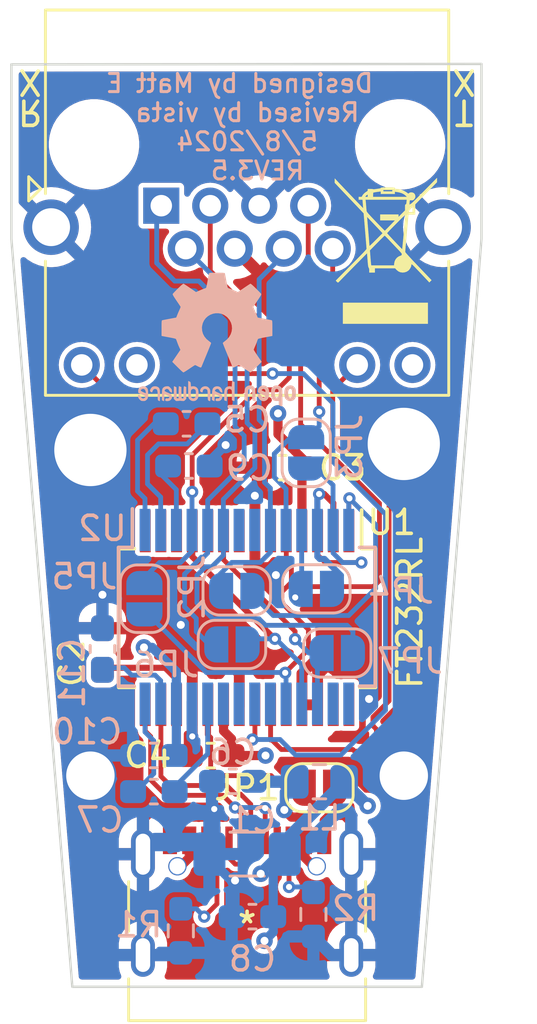
<source format=kicad_pcb>
(kicad_pcb (version 20240108) (generator "pcbnew") (generator_version "8.0")
  (title_block (title "USB-C to RS232 RJ45 Adapter") (date "2022-05-27") (rev "2"))
  (layers (0 "F.Cu" signal) (1 "In1.Cu" power) (2 "In2.Cu" power) (31 "B.Cu" signal) (34 "B.Paste" user) (35 "F.Paste" user) (36 "B.SilkS" user "B.Silkscreen") (37 "F.SilkS" user "F.Silkscreen") (38 "B.Mask" user) (39 "F.Mask" user) (44 "Edge.Cuts" user))
  (net 0 "")
  (net 1 "+5V")
  (net 2 "GND")
  (net 3 "VBUS")
  (net 4 "USB_P")
  (net 5 "USB_N")
  (net 6 "CTS_EXT")
  (net 7 "RXD_EXT")
  (net 8 "DTR_EXT")
  (net 9 "DCR_EXT")
  (net 10 "TXD_EXT")
  (net 11 "RTS_EXT")
  (net 12 "RXLED#")
  (net 13 "TXLED#")
  (net 14 "TXD")
  (net 15 "RTS")
  (net 16 "DTR")
  (net 17 "RXD")
  (net 18 "CTS")
  (net 19 "DCR")
  (net 20 "SLEEP#")
  (net 21 "PWREN#")
  (net 35 "Net-(U1-Pad19)")
  (net 37 "Net-(J1-PadB5)")
  (net 39 "Net-(J1-PadA5)")
  (net 40 "Net-(U2-Pad27)")
  (net 41 "Net-(U2-Pad3)")
  (net 42 "Net-(U2-Pad24)")
  (net 43 "Net-(U2-Pad28)")
  (net 44 "Net-(U2-Pad2)")
  (net 45 "Net-(U2-Pad1)")
  (net 46 "Net-(U1-Pad17)")
  (footprint "Capacitor_SMD:C_0603_1608Metric_Pad1.08x0.95mm_HandSolder" (layer "F.Cu") (at 137.24819 109.891712 180)
    (property "Reference" "C3")
    (property "Value" "100nF")
  )
  (footprint "Capacitor_SMD:C_0603_1608Metric_Pad1.08x0.95mm_HandSolder" (layer "F.Cu") (at 134.268119 121.822504 180)
    (property "Reference" "C4")
    (property "Value" "100nF")
  )
  (footprint "Connector_RJ:RJ45_Amphenol_RJHSE538X" (layer "F.Cu") (at 132.218119 99.032872)
    (property "Reference" "J2" (hide yes))
    (property "Value" "RJ45_LED_Shielded")
  )
  (footprint "Package_SO:SSOP-28_5.3x10.2mm_P0.65mm" (layer "F.Cu") (at 135.778119 116.122504 -90)
    (property "Reference" "U1")
    (property "Value" "FT232RL")
  )
  (footprint "Symbol:WEEE-Logo_4.2x6mm_SilkScreen" (layer "F.Cu") (at 141.528119 100.907872)
    (property "Reference" "REF**" (hide yes))
    (property "Value" "WEEE-Logo_4.2x6mm_SilkScreen" (hide yes))
  )
  (footprint "Personal:USB4105-GF-A" (layer "F.Cu") (at 135.778119 128.822504)
    (property "Reference" "J1" (hide yes))
    (property "Value" "USB4105-GF-A" (hide yes))
  )
  (footprint "Capacitor_SMD:C_0603_1608Metric_Pad1.08x0.95mm_HandSolder" (layer "F.Cu") (at 129.778119 117.407872 -90)
    (property "Reference" "C2")
    (property "Value" "100nF")
  )
  (footprint "Jumper:SolderJumper-2_P1.3mm_Open_RoundedPad1.0x1.5mm" (layer "F.Cu") (at 138.778119 123.157872 180)
    (property "Reference" "JP1")
    (property "Value" "SolderJumper_2_Open")
  )
  (footprint "Jumper:SolderJumper-2_P1.3mm_Open_RoundedPad1.0x1.5mm" (layer "B.Cu") (at 139.518119 117.572504)
    (property "Reference" "JP7")
    (property "Value" "SolderJumper_2_Open")
  )
  (footprint "Resistor_SMD:R_0603_1608Metric_Pad0.98x0.95mm_HandSolder" (layer "B.Cu") (at 133.028119 129.0875 -90)
    (property "Reference" "R1")
    (property "Value" "4.7K")
  )
  (footprint "Capacitor_SMD:C_0603_1608Metric_Pad1.08x0.95mm_HandSolder" (layer "B.Cu") (at 133.268119 108.072504)
    (property "Reference" "C5")
    (property "Value" "100nF")
  )
  (footprint "Symbol:OSHW-Logo2_7.3x6mm_SilkScreen" (layer "B.Cu") (at 134.528118 104.574666 180)
    (property "Reference" "REF**" (hide yes))
    (property "Value" "OSHW-Logo2_7.3x6mm_SilkScreen" (hide yes))
  )
  (footprint "Capacitor_SMD:C_1206_3216Metric_Pad1.33x1.80mm_HandSolder" (layer "B.Cu") (at 135.778119 125.907872 180)
    (property "Reference" "C1")
    (property "Value" "4.7uF")
  )
  (footprint "Capacitor_SMD:C_0603_1608Metric_Pad1.08x0.95mm_HandSolder" (layer "B.Cu") (at 136 128.5 180)
    (property "Reference" "C8")
    (property "Value" "100nF")
  )
  (footprint "Capacitor_SMD:C_0603_1608Metric_Pad1.08x0.95mm_HandSolder" (layer "B.Cu") (at 133.3625 109.822504)
    (property "Reference" "C9")
    (property "Value" "100nF")
  )
  (footprint "Inductor_SMD:L_0805_2012Metric_Pad1.15x1.40mm_HandSolder" (layer "B.Cu") (at 138.778119 122.907872)
    (property "Reference" "L1")
    (property "Value" "L")
  )
  (footprint "Jumper:SolderJumper-2_P1.3mm_Open_RoundedPad1.0x1.5mm" (layer "B.Cu") (at 135.15 117.218135 180)
    (property "Reference" "JP6")
    (property "Value" "SolderJumper_2_Open")
  )
  (footprint "Jumper:SolderJumper-2_P1.3mm_Open_RoundedPad1.0x1.5mm" (layer "B.Cu") (at 131.518119 115.322504 90)
    (property "Reference" "JP5")
    (property "Value" "SolderJumper_2_Open")
  )
  (footprint "Jumper:SolderJumper-2_P1.3mm_Open_RoundedPad1.0x1.5mm" (layer "B.Cu") (at 138.2295 109.27759 90)
    (property "Reference" "JP3")
    (property "Value" "SolderJumper_2_Open")
  )
  (footprint "Jumper:SolderJumper-2_P1.3mm_Open_RoundedPad1.0x1.5mm" (layer "B.Cu") (at 138.65 114.914836 180)
    (property "Reference" "JP4")
    (property "Value" "SolderJumper_2_Open")
  )
  (footprint "Capacitor_SMD:C_0603_1608Metric_Pad1.08x0.95mm_HandSolder" (layer "B.Cu") (at 131.910372 121.818997 180)
    (property "Reference" "C10")
    (property "Value" "100nF")
  )
  (footprint "Capacitor_SMD:C_0603_1608Metric_Pad1.08x0.95mm_HandSolder" (layer "B.Cu") (at 131.910372 123.318997)
    (property "Reference" "C7")
    (property "Value" "100nF")
  )
  (footprint "Capacitor_SMD:C_0603_1608Metric_Pad1.08x0.95mm_HandSolder" (layer "B.Cu") (at 135.185727 122.890643 180)
    (property "Reference" "C6")
    (property "Value" "10nf")
  )
  (footprint "Package_SO:SSOP-28_5.3x10.2mm_P0.65mm" (layer "B.Cu") (at 135.768119 116.072504 -90)
    (property "Reference" "U2")
    (property "Value" "MAX3243CDBR")
  )
  (footprint "Resistor_SMD:R_0603_1608Metric_Pad0.98x0.95mm_HandSolder" (layer "B.Cu") (at 138.528119 128.407872 -90)
    (property "Reference" "R2")
    (property "Value" "4.7K")
  )
  (footprint "Capacitor_SMD:C_0603_1608Metric_Pad1.08x0.95mm_HandSolder" (layer "B.Cu") (at 129.778119 117.407872 90)
    (property "Reference" "C11")
    (property "Value" "100nF")
  )
  (footprint "Jumper:SolderJumper-2_P1.3mm_Open_RoundedPad1.0x1.5mm" (layer "B.Cu") (at 135.35 115 180)
    (property "Reference" "JP2")
    (property "Value" "SolderJumper_2_Open")
  )
  (gr_poly (pts (xy 145.5 100.407872) (xy 143.028119 131.407872) (xy 128.528119 131.407872) (xy 126 100.407872) (xy 126 93.175836) (xy 145.5 93.157872)) (stroke (width 0.1)) (fill none) (layer "Edge.Cuts"))
  (gr_text "Designed by Matt E\n Revised by vista\n    5/8/2024\n     REV3.5" (at 141.079938 95.774244 0) (layer "B.SilkS") (effects (font (size 0.75 0.75) (thickness 0.125) (bold yes)) (justify left mirror)))
  (gr_text "X" (at 144.778119 93.907872 180) (layer "F.SilkS") (effects (font (size 1 1)) (justify mirror)))
  (gr_text "X" (at 126.778119 93.907872 180) (layer "F.SilkS") (effects (font (size 1 1)) (justify mirror)))
  (gr_text "FT232RL" (at 142.528119 115.907872 90) (layer "F.SilkS") (effects (font (size 1 1))))
  (gr_text "T" (at 144.778119 95.157872 180) (layer "F.SilkS") (effects (font (size 1 1)) (justify mirror)))
  (gr_text "R" (at 126.778119 95.157872 180) (layer "F.SilkS") (effects (font (size 1 1)) (justify mirror)))
  (segment (start 138.053119 109.650004) (end 138.130619 109.572504) (width 0.381) (layer "F.Cu") (net 1))
  (segment (start 136.542665 121.822504) (end 135.130619 121.822504) (width 0.381) (layer "F.Cu") (net 1))
  (segment (start 134.803119 119.722504) (end 134.803119 120.803119) (width 0.381) (layer "F.Cu") (net 1))
  (segment (start 139.585991 123) (end 139.428119 123.157872) (width 0.2) (layer "F.Cu") (net 1))
  (segment (start 138.053119 112.522504) (end 138.053119 109.650004) (width 0.381) (layer "F.Cu") (net 1))
  (segment (start 135.130619 121.130619) (end 135.130619 121.822504) (width 0.381) (layer "F.Cu") (net 1))
  (segment (start 134.803119 120.803119) (end 135.130619 121.130619) (width 0.381) (layer "F.Cu") (net 1))
  (segment (start 137.060125 107.641869) (end 137.060125 108.50201) (width 0.381) (layer "F.Cu") (net 1))
  (segment (start 140.028119 123.157872) (end 139.428119 123.157872) (width 0.2) (layer "F.Cu") (net 1))
  (segment (start 137.060125 108.50201) (end 138.130619 109.572504) (width 0.381) (layer "F.Cu") (net 1))
  (segment (start 140.778119 123.907872) (end 140.028119 123.157872) (width 0.2) (layer "F.Cu") (net 1))
  (via (at 137.060125 107.641869) (size 0.6858) (drill 0.3302) (layers "F.Cu" "B.Cu") (net 1))
  (via (at 136.542665 121.822504) (size 0.6858) (drill 0.3302) (layers "F.Cu" "B.Cu") (net 1))
  (via (at 136.5 129.5) (size 0.6858) (drill 0.3302) (layers "F.Cu" "B.Cu") (net 1))
  (via (at 131.5 117.34121) (size 0.6858) (drill 0.3302) (layers "F.Cu" "B.Cu") (net 1))
  (via (at 136.342495 126.722463) (size 0.6858) (drill 0.3302) (layers "F.Cu" "B.Cu") (net 1))
  (via (at 140.778119 123.907872) (size 0.6858) (drill 0.3302) (layers "F.Cu" "B.Cu") (net 1))
  (segment (start 136.342495 126.655341) (end 136.342495 126.722463) (width 0.381) (layer "B.Cu") (net 1))
  (segment (start 139.803119 122.932872) (end 139.803119 122.907872) (width 0.508) (layer "B.Cu") (net 1))
  (segment (start 132.843119 118.343119) (end 132.843119 119.672504) (width 0.381) (layer "B.Cu") (net 1))
  (segment (start 137.340619 125.907872) (end 137.340619 125.370372) (width 0.381) (layer "B.Cu") (net 1))
  (segment (start 140.778119 123.907872) (end 139.803119 122.932872) (width 0.508) (layer "B.Cu") (net 1))
  (segment (start 136.8625 126.135336) (end 137.089964 125.907872) (width 0.381) (layer "B.Cu") (net 1))
  (segment (start 137.340619 125.907872) (end 137.089964 125.907872) (width 0.381) (layer "B.Cu") (net 1))
  (segment (start 132.843119 119.672504) (end 132.843119 121.785004) (width 0.381) (layer "B.Cu") (net 1))
  (segment (start 131.84121 117.34121) (end 132.843119 118.343119) (width 0.381) (layer "B.Cu") (net 1))
  (segment (start 131.5 117.34121) (end 131.84121 117.34121) (width 0.381) (layer "B.Cu") (net 1))
  (segment (start 132.843119 121.785004) (end 132.880619 121.822504) (width 0.381) (layer "B.Cu") (net 1))
  (segment (start 137.089964 125.907872) (end 136.342495 126.655341) (width 0.381) (layer "B.Cu") (net 1))
  (segment (start 136.5 129.5) (end 136.8625 129.1375) (width 0.381) (layer "B.Cu") (net 1))
  (segment (start 137.340619 125.907872) (end 137.340619 126.397504) (width 0.381) (layer "B.Cu") (net 1))
  (segment (start 137.340619 125.370372) (end 139.803119 122.907872) (width 0.508) (layer "B.Cu") (net 1))
  (segment (start 136.8625 129.1375) (end 136.8625 126.135336) (width 0.381) (layer "B.Cu") (net 1))
  (segment (start 131.458117 124.477874) (end 131.458117 125.911704) (width 0.381) (layer "F.Cu") (net 2))
  (segment (start 131.778119 124.157872) (end 131.458117 124.477874) (width 0.381) (layer "F.Cu") (net 2))
  (segment (start 132.278119 124.157872) (end 131.778119 124.157872) (width 0.381) (layer "F.Cu") (net 2))
  (segment (start 140.030615 118) (end 140.836478 118.805863) (width 0.25) (layer "F.Cu") (net 2))
  (segment (start 138.603119 118) (end 140.030615 118) (width 0.25) (layer "F.Cu") (net 2))
  (segment (start 133.504222 119.723607) (end 133.503119 119.722504) (width 0.254) (layer "F.Cu") (net 2))
  (segment (start 132.578119 124.457872) (end 132.278119 124.157872) (width 0.381) (layer "F.Cu") (net 2))
  (segment (start 136.100219 111.054602) (end 136.100219 110.177183) (width 0.25) (layer "F.Cu") (net 2))
  (segment (start 138.703119 118.622504) (end 139.325623 118) (width 0.25) (layer "F.Cu") (net 2))
  (segment (start 140.836478 118.805863) (end 140.836478 119.478288) (width 0.25) (layer "F.Cu") (net 2))
  (segment (start 133.028119 116.407872) (end 133.028119 116.657872) (width 0.381) (layer "F.Cu") (net 2))
  (segment (start 133.504222 121.028906) (end 133.405619 121.127509) (width 0.381) (layer "F.Cu") (net 2))
  (segment (start 133.394487 116.407872) (end 135.453119 118.466504) (width 0.381) (layer "F.Cu") (net 2))
  (segment (start 133.503119 119.722504) (end 133.503119 118.466504) (width 0.381) (layer "F.Cu") (net 2))
  (segment (start 138.703119 119.722504) (end 138.703119 118.622504) (width 0.25) (layer "F.Cu") (net 2))
  (segment (start 133.504222 121.028906) (end 133.504222 119.723607) (width 0.254) (layer "F.Cu") (net 2))
  (segment (start 136.62832 114) (end 136.12832 114) (width 0.381) (layer "F.Cu") (net 2))
  (segment (start 136.12832 114) (end 136.103119 113.974799) (width 0.381) (layer "F.Cu") (net 2))
  (segment (start 138.978119 124.521881) (end 139.196628 124.303372) (width 0.381) (layer "F.Cu") (net 2))
  (segment (start 133.028119 116.407872) (end 133.394487 116.407872) (width 0.381) (layer "F.Cu") (net 2))
  (segment (start 136.103119 113.974799) (end 136.103119 112.522504) (width 0.381) (layer "F.Cu") (net 2))
  (segment (start 136.100219 110.177183) (end 136.38569 109.891712) (width 0.25) (layer "F.Cu") (net 2))
  (segment (start 138.978119 125.336704) (end 138.978119 124.521881) (width 0.381) (layer "F.Cu") (net 2))
  (segment (start 133.028119 117.991504) (end 133.028119 116.407872) (width 0.381) (layer "F.Cu") (net 2))
  (segment (start 132.578119 125.336704) (end 132.578119 124.457872) (width 0.381) (layer "F.Cu") (net 2))
  (segment (start 139.325623 118) (end 140 118) (width 0.25) (layer "F.Cu") (net 2))
  (segment (start 135.453119 118.466504) (end 135.453119 119.722504) (width 0.381) (layer "F.Cu") (net 2))
  (segment (start 138.053119 118.55) (end 138.603119 118) (width 0.25) (layer "F.Cu") (net 2))
  (segment (start 140.098121 124.598121) (end 140.098121 125.911704) (width 0.381) (layer "F.Cu") (net 2))
  (segment (start 129.778119 116.545372) (end 129.778119 115.157872) (width 0.381) (layer "F.Cu") (net 2))
  (segment (start 139.803372 124.303372) (end 140.098121 124.598121) (width 0.381) (layer "F.Cu") (net 2))
  (segment (start 139.196628 124.303372) (end 139.803372 124.303372) (width 0.381) (layer "F.Cu") (net 2))
  (segment (start 133.503119 118.466504) (end 133.028119 117.991504) (width 0.381) (layer "F.Cu") (net 2))
  (segment (start 133.405619 121.127509) (end 133.405619 121.822504) (width 0.381) (layer "F.Cu") (net 2))
  (segment (start 138.053119 119.722504) (end 138.053119 118.55) (width 0.25) (layer "F.Cu") (net 2))
  (segment (start 136.97163 114.34331) (end 136.62832 114) (width 0.381) (layer "F.Cu") (net 2))
  (via (at 135.278119 127) (size 0.6858) (drill 0.3302) (layers "F.Cu" "B.Cu") (net 2))
  (via (at 129.278119 109.157872) (size 3.302) (drill 2.9972) (layers "F.Cu" "B.Cu") (net 2))
  (via (at 136.97163 114.34331) (size 0.6858) (drill 0.3302) (layers "F.Cu" "B.Cu") (net 2))
  (via (at 142.278119 108.907872) (size 3.302) (drill 2.9972) (layers "F.Cu" "B.Cu") (net 2))
  (via (at 142.278119 122.657872) (size 2.159) (drill 2.0066) (layers "F.Cu" "B.Cu") (net 2))
  (via (at 129.278119 122.657872) (size 2.159) (drill 2.0066) (layers "F.Cu" "B.Cu") (net 2))
  (via (at 133.504222 121.028906) (size 0.508) (drill 0.254) (layers "F.Cu" "B.Cu") (net 2))
  (via (at 133.028119 116.407872) (size 0.6858) (drill 0.3302) (layers "F.Cu" "B.Cu") (net 2))
  (via (at 134.887255 108.953936) (size 0.6858) (drill 0.3302) (layers "F.Cu" "B.Cu") (net 2))
  (via (at 129.778119 115.157872) (size 0.6858) (drill 0.3302) (layers "F.Cu" "B.Cu") (net 2))
  (via (at 136.100219 111.054602) (size 0.6858) (drill 0.3302) (layers "F.Cu" "B.Cu") (net 2))
  (via (at 134.415619 124.040123) (size 0.508) (drill 0.254) (layers "F.Cu" "B.Cu") (net 2))
  (via (at 140.836478 119.478288) (size 0.6858) (drill 0.3302) (layers "F.Cu" "B.Cu") (net 2))
  (segment (start 129.778119 115.157872) (end 129.778119 116.545372) (width 0.381) (layer "B.Cu") (net 2))
  (segment (start 131.458117 125.911704) (end 131.748339 125.621482) (width 0.381) (layer "B.Cu") (net 2))
  (segment (start 134.39839 122.890643) (end 134.415619 122.907872) (width 0.508) (layer "B.Cu") (net 2))
  (segment (start 134.887255 108.953936) (end 134.130619 109.710572) (width 0.381) (layer "B.Cu") (net 2))
  (segment (start 134.415619 124.040123) (end 134.415619 125.707872) (width 0.508) (layer "B.Cu") (net 2))
  (segment (start 133.929229 125.621482) (end 134.215619 125.907872) (width 0.381) (layer "B.Cu") (net 2))
  (segment (start 135.278119 128.359381) (end 135.1375 128.5) (width 0.381) (layer "B.Cu") (net 2))
  (segment (start 131.748339 125.621482) (end 131.961949 125.407872) (width 0.508) (layer "B.Cu") (net 2))
  (segment (start 134.323227 123.947731) (end 134.323227 122.890643) (width 0.508) (layer "B.Cu") (net 2))
  (segment (start 133.028119 130) (end 132.936415 130.091704) (width 0.508) (layer "B.Cu") (net 2))
  (segment (start 133.504222 119.683607) (end 133.493119 119.672504) (width 0.254) (layer "B.Cu") (net 2))
  (segment (start 133.493119 119.672504) (end 133.493119 121.017803) (width 0.381) (layer "B.Cu") (net 2))
  (segment (start 131.961949 125.407872) (end 133.715619 125.407872) (width 0.762) (layer "B.Cu") (net 2))
  (segment (start 134.415619 124.040123) (end 134.323227 123.947731) (width 0.508) (layer "B.Cu") (net 2))
  (segment (start 135.278119 127) (end 135.120247 127) (width 0.381) (layer "B.Cu") (net 2))
  (segment (start 134.215619 126.095372) (end 134.215619 125.907872) (width 0.254) (layer "B.Cu") (net 2))
  (segment (start 133.715619 125.407872) (end 133.929229 125.621482) (width 0.508) (layer "B.Cu") (net 2))
  (segment (start 135.278119 127) (end 135.278119 128.359381) (width 0.381) (layer "B.Cu") (net 2))
  (segment (start 138.528119 129.320372) (end 139.299451 130.091704) (width 0.508) (layer "B.Cu") (net 2))
  (segment (start 139.299451 130.091704) (end 140.098121 130.091704) (width 0.508) (layer "B.Cu") (net 2))
  (segment (start 134.130619 109.710572) (end 134.130619 109.822504) (width 0.381) (layer "B.Cu") (net 2))
  (segment (start 134.415619 125.707872) (end 134.215619 125.907872) (width 0.254) (layer "B.Cu") (net 2))
  (segment (start 133.493119 121.017803) (end 133.504222 121.028906) (width 0.254) (layer "B.Cu") (net 2))
  (segment (start 135.120247 127) (end 134.215619 126.095372) (width 0.381) (layer "B.Cu") (net 2))
  (segment (start 132.936415 130.091704) (end 131.458117 130.091704) (width 0.508) (layer "B.Cu") (net 2))
  (segment (start 134.323227 122.890643) (end 134.39839 122.890643) (width 0.508) (layer "B.Cu") (net 2))
  (segment (start 138.53195 126.411703) (end 138.668118 126.411703) (width 0.381) (layer "F.Cu") (net 3))
  (segment (start 138.17812 126.057873) (end 138.53195 126.411703) (width 0.381) (layer "F.Cu") (net 3))
  (segment (start 138.071018 124.374704) (end 138.17812 124.481806) (width 0.381) (layer "F.Cu") (net 3))
  (segment (start 138.17812 125.336704) (end 138.17812 126.057873) (width 0.381) (layer "F.Cu") (net 3))
  (segment (start 137.322147 124.077919) (end 137.618932 124.374704) (width 0.381) (layer "F.Cu") (net 3))
  (segment (start 138.17812 124.481806) (end 138.17812 125.336704) (width 0.381) (layer "F.Cu") (net 3))
  (segment (start 133.378118 125.336704) (end 133.378118 126.057873) (width 0.381) (layer "F.Cu") (net 3))
  (segment (start 133.024288 126.411703) (end 132.88812 126.411703) (width 0.381) (layer "F.Cu") (net 3))
  (segment (start 133.378118 126.057873) (end 133.024288 126.411703) (width 0.381) (layer "F.Cu") (net 3))
  (segment (start 137.618932 124.374704) (end 138.071018 124.374704) (width 0.381) (layer "F.Cu") (net 3))
  (via (at 137.322147 124.077919) (size 0.6858) (drill 0.3302) (layers "F.Cu" "B.Cu") (net 3))
  (segment (start 136.140619 122.907872) (end 137.753119 122.907872) (width 0.508) (layer "B.Cu") (net 3))
  (segment (start 137.322147 123.338844) (end 137.753119 122.907872) (width 0.381) (layer "B.Cu") (net 3))
  (segment (start 137.322147 124.077919) (end 137.322147 123.338844) (width 0.381) (layer "B.Cu") (net 3))
  (segment (start 131.778119 122.832504) (end 131.778119 121.032872) (width 0.2) (layer "F.Cu") (net 4))
  (segment (start 132.417676 123.472061) (end 131.778119 122.832504) (width 0.2) (layer "F.Cu") (net 4))
  (segment (start 136.52812 124) (end 136.52812 125.336704) (width 0.2) (layer "F.Cu") (net 4))
  (segment (start 131.553119 120.807872) (end 131.553119 119.722504) (width 0.2) (layer "F.Cu") (net 4))
  (segment (start 135.278119 123.976484) (end 134.773696 123.472061) (width 0.2) (layer "F.Cu") (net 4))
  (segment (start 131.778119 121.032872) (end 131.553119 120.807872) (width 0.2) (layer "F.Cu") (net 4))
  (segment (start 134.773696 123.472061) (end 132.417676 123.472061) (width 0.2) (layer "F.Cu") (net 4))
  (segment (start 135.278119 123.976484) (end 135.528119 124.226484) (width 0.2) (layer "F.Cu") (net 4))
  (segment (start 135.528119 124.226484) (end 135.528119 125.336704) (width 0.2) (layer "F.Cu") (net 4))
  (via (at 135.278119 123.976484) (size 0.508) (drill 0.254) (layers "F.Cu" "B.Cu") (net 4))
  (via (at 136.52812 124) (size 0.508) (drill 0.254) (layers "F.Cu" "B.Cu") (net 4))
  (segment (start 136.52812 124) (end 136.504604 123.976484) (width 0.2) (layer "B.Cu") (net 4))
  (segment (start 136.504604 123.976484) (end 135.278119 123.976484) (width 0.2) (layer "B.Cu") (net 4))
  (segment (start 132.58709 123.064763) (end 134.932084 123.064763) (width 0.2) (layer "F.Cu") (net 5))
  (segment (start 136.028119 126.108204) (end 135.813819 126.322504) (width 0.2) (layer "F.Cu") (net 5))
  (segment (start 135.928119 123.843009) (end 135.928119 124.428119) (width 0.2) (layer "F.Cu") (net 5))
  (segment (start 132.203119 122.680792) (end 132.58709 123.064763) (width 0.2) (layer "F.Cu") (net 5))
  (segment (start 135.507594 123.422484) (end 135.928119 123.843009) (width 0.2) (layer "F.Cu") (net 5))
  (segment (start 135.928119 124.428119) (end 136.028119 124.528119) (width 0.2) (layer "F.Cu") (net 5))
  (segment (start 135.289805 123.422484) (end 135.507594 123.422484) (width 0.2) (layer "F.Cu") (net 5))
  (segment (start 134.932084 123.064763) (end 135.289805 123.422484) (width 0.2) (layer "F.Cu") (net 5))
  (segment (start 135.286197 126.322504) (end 135.028118 126.064425) (width 0.2) (layer "F.Cu") (net 5))
  (segment (start 135.028118 126.064425) (end 135.028118 125.336704) (width 0.2) (layer "F.Cu") (net 5))
  (segment (start 135.813819 126.322504) (end 135.286197 126.322504) (width 0.2) (layer "F.Cu") (net 5))
  (segment (start 132.203119 119.722504) (end 132.203119 122.680792) (width 0.2) (layer "F.Cu") (net 5))
  (segment (start 136.028119 124.528119) (end 136.028119 125.336704) (width 0.2) (layer "F.Cu") (net 5))
  (segment (start 136.028119 125.336704) (end 136.028119 126.108204) (width 0.2) (layer "F.Cu") (net 5))
  (segment (start 135.656023 108.566011) (end 135.656023 109.730226) (width 0.2) (layer "B.Cu") (net 6))
  (segment (start 133.886499 113.599415) (end 133.97003 113.599415) (width 0.2) (layer "B.Cu") (net 6))
  (segment (start 132.028119 101.407872) (end 132.778119 102.157872) (width 0.2) (layer "B.Cu") (net 6))
  (segment (start 133.97003 113.599415) (end 134.143119 113.426326) (width 0.2) (layer "B.Cu") (net 6))
  (segment (start 134.304369 117.322504) (end 133.671019 116.689154) (width 0.2) (layer "B.Cu") (net 6))
  (segment (start 132.028119 99.222872) (end 132.028119 101.407872) (width 0.2) (layer "B.Cu") (net 6))
  (segment (start 134.368119 117.322504) (end 134.304369 117.322504) (width 0.2) (layer "B.Cu") (net 6))
  (segment (start 135.278119 108.188107) (end 135.656023 108.566011) (width 0.2) (layer "B.Cu") (net 6))
  (segment (start 135.656023 109.730226) (end 134.143119 111.24313) (width 0.2) (layer "B.Cu") (net 6))
  (segment (start 132.218119 99.032872) (end 132.028119 99.222872) (width 0.2) (layer "B.Cu") (net 6))
  (segment (start 135.278119 103.657872) (end 135.278119 108.188107) (width 0.2) (layer "B.Cu") (net 6))
  (segment (start 133.184002 115.654557) (end 133.184002 114.301912) (width 0.2) (layer "B.Cu") (net 6))
  (segment (start 134.143119 113.426326) (end 134.143119 112.472504) (width 0.2) (layer "B.Cu") (net 6))
  (segment (start 133.671019 116.689154) (end 133.671019 116.141574) (width 0.2) (layer "B.Cu") (net 6))
  (segment (start 134.143119 111.24313) (end 134.143119 112.472504) (width 0.2) (layer "B.Cu") (net 6))
  (segment (start 132.778119 102.157872) (end 133.778119 102.157872) (width 0.2) (layer "B.Cu") (net 6))
  (segment (start 133.671019 116.141574) (end 133.184002 115.654557) (width 0.2) (layer "B.Cu") (net 6))
  (segment (start 133.778119 102.157872) (end 135.278119 103.657872) (width 0.2) (layer "B.Cu") (net 6))
  (segment (start 133.184002 114.301912) (end 133.886499 113.599415) (width 0.2) (layer "B.Cu") (net 6))
  (segment (start 133.5 110.895071) (end 133.5 109.372283) (width 0.2) (layer "F.Cu") (net 7))
  (segment (start 136.2085 106.663783) (end 137.022208 106.663783) (width 0.2) (layer "F.Cu") (net 7))
  (segment (start 134.250119 101.731954) (end 134.250119 99.032872) (width 0.2) (layer "F.Cu") (net 7))
  (segment (start 137.022208 106.663783) (end 137.528119 106.157872) (width 0.2) (layer "F.Cu") (net 7))
  (segment (start 133.5 109.372283) (end 136.2085 106.663783) (width 0.2) (layer "F.Cu") (net 7))
  (segment (start 137.528119 106.157872) (end 137.528119 105.009954) (width 0.2) (layer "F.Cu") (net 7))
  (segment (start 137.528119 105.009954) (end 134.250119 101.731954) (width 0.2) (layer "F.Cu") (net 7))
  (via (at 133.5 110.895071) (size 0.508) (drill 0.254) (layers "F.Cu" "B.Cu") (net 7))
  (segment (start 133.493119 112.472504) (end 133.493119 110.901952) (width 0.2) (layer "B.Cu") (net 7))
  (segment (start 133.493119 110.901952) (end 133.5 110.895071) (width 0.2) (layer "B.Cu") (net 7))
  (segment (start 134.264208 99.296961) (end 134.250119 99.282872) (width 0.2) (layer "B.Cu") (net 7))
  (segment (start 133.018119 113.822504) (end 133.493119 113.347504) (width 0.2) (layer "B.Cu") (net 7))
  (segment (start 131.518119 114.672504) (end 131.518119 114.447504) (width 0.2) (layer "B.Cu") (net 7))
  (segment (start 132.143119 113.822504) (end 133.018119 113.822504) (width 0.2) (layer "B.Cu") (net 7))
  (segment (start 133.493119 113.347504) (end 133.493119 112.472504) (width 0.2) (layer "B.Cu") (net 7))
  (segment (start 131.518119 114.447504) (end 132.143119 113.822504) (width 0.2) (layer "B.Cu") (net 7))
  (segment (start 138 108.100698) (end 138 104) (width 0.2) (layer "F.Cu") (net 8))
  (segment (start 141.268119 114.572504) (end 141.268119 111.368817) (width 0.2) (layer "F.Cu") (net 8))
  (segment (start 141.268119 111.368817) (end 138 108.100698) (width 0.2) (layer "F.Cu") (net 8))
  (segment (start 138.314119 103.685881) (end 138.314119 99.032872) (width 0.2) (layer "F.Cu") (net 8))
  (segment (start 137.773833 115.268228) (end 138.219557 114.822504) (width 0.2) (layer "F.Cu") (net 8))
  (segment (start 138 104) (end 138.314119 103.685881) (width 0.2) (layer "F.Cu") (net 8))
  (segment (start 141.018119 114.822504) (end 141.268119 114.572504) (width 0.2) (layer "F.Cu") (net 8))
  (segment (start 138.219557 114.822504) (end 141.018119 114.822504) (width 0.2) (layer "F.Cu") (net 8))
  (via (at 137.773833 115.268228) (size 0.508) (drill 0.254) (layers "F.Cu" "B.Cu") (net 8))
  (segment (start 137.773833 115.268228) (end 138.217727 114.824334) (width 0.2) (layer "B.Cu") (net 8))
  (segment (start 138.368119 114.824334) (end 138.043119 114.499334) (width 0.2) (layer "B.Cu") (net 8))
  (segment (start 138.217727 114.824334) (end 138.368119 114.824334) (width 0.2) (layer "B.Cu") (net 8))
  (segment (start 138.043119 114.499334) (end 138.043119 112.472504) (width 0.2) (layer "B.Cu") (net 8))
  (segment (start 139.924424 116.424424) (end 136.544671 116.424424) (width 0.2) (layer "B.Cu") (net 9))
  (segment (start 133.697248 115.492247) (end 133.697248 114.354352) (width 0.2) (layer "B.Cu") (net 9))
  (segment (start 136.278119 116.157872) (end 134.362873 116.157872) (width 0.2) (layer "B.Cu") (net 9))
  (segment (start 135.778119 108.032872) (end 135.778119 103.356872) (width 0.2) (layer "B.Cu") (net 9))
  (segment (start 134.052185 113.999415) (end 134.316208 113.999415) (width 0.2) (layer "B.Cu") (net 9))
  (segment (start 134.793119 113.522504) (end 134.793119 112.472504) (width 0.2) (layer "B.Cu") (net 9))
  (segment (start 135.778119 103.356872) (end 133.234119 100.812872) (width 0.2) (layer "B.Cu") (net 9))
  (segment (start 140.168119 117.572504) (end 140.168119 116.668119) (width 0.2) (layer "B.Cu") (net 9))
  (segment (start 136.544671 116.424424) (end 136.278119 116.157872) (width 0.2) (layer "B.Cu") (net 9))
  (segment (start 134.316208 113.999415) (end 134.793119 113.522504) (width 0.2) (layer "B.Cu") (net 9))
  (segment (start 136.1 109.9) (end 136.1 108.354753) (width 0.2) (layer "B.Cu") (net 9))
  (segment (start 133.697248 114.354352) (end 134.052185 113.999415) (width 0.2) (layer "B.Cu") (net 9))
  (segment (start 134.793119 111.206881) (end 136.1 109.9) (width 0.2) (layer "B.Cu") (net 9))
  (segment (start 134.362873 116.157872) (end 133.697248 115.492247) (width 0.2) (layer "B.Cu") (net 9))
  (segment (start 136.1 108.354753) (end 135.778119 108.032872) (width 0.2) (layer "B.Cu") (net 9))
  (segment (start 134.793119 112.472504) (end 134.793119 111.206881) (width 0.2) (layer "B.Cu") (net 9))
  (segment (start 140.168119 116.668119) (end 139.924424 116.424424) (width 0.2) (layer "B.Cu") (net 9))
  (segment (start 136.5 110.5) (end 136.743119 110.743119) (width 0.2) (layer "B.Cu") (net 10))
  (segment (start 136.32236 113.818018) (end 136.743119 113.397259) (width 0.2) (layer "B.Cu") (net 10))
  (segment (start 136.278119 102.082872) (end 136.278119 107.907872) (width 0.2) (layer "B.Cu") (net 10))
  (segment (start 136.278119 107.907872) (end 136.5 108.129753) (width 0.2) (layer "B.Cu") (net 10))
  (segment (start 134.411867 114.54821) (end 135.142059 113.818018) (width 0.2) (layer "B.Cu") (net 10))
  (segment (start 135.142059 113.818018) (end 136.32236 113.818018) (width 0.2) (layer "B.Cu") (net 10))
  (segment (start 136.743119 113.397259) (end 136.743119 112.472504) (width 0.2) (layer "B.Cu") (net 10))
  (segment (start 137.298119 101.062872) (end 136.278119 102.082872) (width 0.2) (layer "B.Cu") (net 10))
  (segment (start 136.5 108.129753) (end 136.5 110.5) (width 0.2) (layer "B.Cu") (net 10))
  (segment (start 134.411867 114.987136) (end 134.411867 114.54821) (width 0.2) (layer "B.Cu") (net 10))
  (segment (start 136.743119 110.743119) (end 136.743119 112.472504) (width 0.2) (layer "B.Cu") (net 10))
  (segment (start 138.768119 104.258674) (end 138.768119 107.572504) (width 0.2) (layer "F.Cu") (net 11))
  (segment (start 139.330119 100.812872) (end 139.330119 103.696674) (width 0.2) (layer "F.Cu") (net 11))
  (segment (start 139.330119 103.696674) (end 138.768119 104.258674) (width 0.2) (layer "F.Cu") (net 11))
  (via (at 138.768119 107.572504) (size 0.508) (drill 0.254) (layers "F.Cu" "B.Cu") (net 11))
  (segment (start 136.905576 110.285329) (end 136.905576 109.314147) (width 0.2) (layer "B.Cu") (net 11))
  (segment (start 137.393119 110.772872) (end 136.905576 110.285329) (width 0.2) (layer "B.Cu") (net 11))
  (segment (start 137.711851 108.507872) (end 138.018119 108.507872) (width 0.2) (layer "B.Cu") (net 11))
  (segment (start 138.768119 108.172504) (end 138.768119 107.572504) (width 0.2) (layer "B.Cu") (net 11))
  (segment (start 138.018119 108.507872) (end 138.018119 108.672504) (width 0.2) (layer "B.Cu") (net 11))
  (segment (start 137.393119 112.472504) (end 137.393119 110.772872) (width 0.2) (layer "B.Cu") (net 11))
  (segment (start 139.028119 101.364872) (end 139.330119 101.062872) (width 0.2) (layer "B.Cu") (net 11))
  (segment (start 138.620039 108.320584) (end 138.768119 108.172504) (width 0.2) (layer "B.Cu") (net 11))
  (segment (start 136.905576 109.314147) (end 137.711851 108.507872) (width 0.2) (layer "B.Cu") (net 11))
  (segment (start 138.270039 108.320584) (end 138.620039 108.320584) (width 0.2) (layer "B.Cu") (net 11))
  (segment (start 136.836106 105.991844) (end 132.944147 105.991844) (width 0.2) (layer "F.Cu") (net 12))
  (segment (start 136 121.157872) (end 136.103119 121.054753) (width 0.2) (layer "F.Cu") (net 12))
  (segment (start 132.944147 105.991844) (end 132.028119 106.907872) (width 0.2) (layer "F.Cu") (net 12))
  (segment (start 136.103119 121.054753) (end 136.103119 119.722504) (width 0.2) (layer "F.Cu") (net 12))
  (segment (start 130.193119 106.907872) (end 128.918119 105.632872) (width 0.2) (layer "F.Cu") (net 12))
  (segment (start 132.028119 106.907872) (end 130.193119 106.907872) (width 0.2) (layer "F.Cu") (net 12))
  (via (at 136 121.157872) (size 0.508) (drill 0.254) (layers "F.Cu" "B.Cu") (net 12))
  (via (at 136.836106 105.991844) (size 0.508) (drill 0.254) (layers "F.Cu" "B.Cu") (net 12))
  (segment (start 141.518119 119.949876) (end 141.518119 111.822504) (width 0.2) (layer "B.Cu") (net 12))
  (segment (start 139.340586 109.644971) (end 139.340586 107.220339) (width 0.2) (layer "B.Cu") (net 12))
  (segment (start 139.340586 107.220339) (end 138.112091 105.991844) (width 0.2) (layer "B.Cu") (net 12))
  (segment (start 136 121.157872) (end 137.145207 121.157872) (width 0.2) (layer "B.Cu") (net 12))
  (segment (start 137.78761 121.800275) (end 139.66772 121.800275) (width 0.2) (layer "B.Cu") (net 12))
  (segment (start 141.518119 111.822504) (end 139.340586 109.644971) (width 0.2) (layer "B.Cu") (net 12))
  (segment (start 137.145207 121.157872) (end 137.78761 121.800275) (width 0.2) (layer "B.Cu") (net 12))
  (segment (start 138.112091 105.991844) (end 136.836106 105.991844) (width 0.2) (layer "B.Cu") (net 12))
  (segment (start 139.66772 121.800275) (end 141.518119 119.949876) (width 0.2) (layer "B.Cu") (net 12))
  (segment (start 136.753119 121.179604) (end 136.808963 121.179604) (width 0.2) (layer "F.Cu") (net 13))
  (segment (start 141 120.590802) (end 141 120.223964) (width 0.2) (layer "F.Cu") (net 13))
  (segment (start 139.330537 108.865549) (end 139.330537 106.650454) (width 0.2) (layer "F.Cu") (net 13))
  (segment (start 140.233702 121.6429) (end 140.766298 121.6429) (width 0.2) (layer "F.Cu") (net 13))
  (segment (start 137.202359 121.573) (end 140.163802 121.573) (width 0.2) (layer "F.Cu") (net 13))
  (segment (start 141.1429 120.733702) (end 141 120.590802) (width 0.2) (layer "F.Cu") (net 13))
  (segment (start 140.163802 121.573) (end 140.233702 121.6429) (width 0.2) (layer "F.Cu") (net 13))
  (segment (start 140.766298 121.6429) (end 141.1429 121.266298) (width 0.2) (layer "F.Cu") (net 13))
  (segment (start 141.668119 119.555845) (end 141.668119 111.203131) (width 0.2) (layer "F.Cu") (net 13))
  (segment (start 141.1429 121.266298) (end 141.1429 120.733702) (width 0.2) (layer "F.Cu") (net 13))
  (segment (start 136.753119 119.722504) (end 136.753119 121.179604) (width 0.2) (layer "F.Cu") (net 13))
  (segment (start 141.668119 111.203131) (end 139.330537 108.865549) (width 0.2) (layer "F.Cu") (net 13))
  (segment (start 136.808963 121.179604) (end 137.202359 121.573) (width 0.2) (layer "F.Cu") (net 13))
  (segment (start 139.330537 106.650454) (end 140.348119 105.632872) (width 0.2) (layer "F.Cu") (net 13))
  (segment (start 141 120.223964) (end 141.668119 119.555845) (width 0.2) (layer "F.Cu") (net 13))
  (segment (start 140.003119 111.182872) (end 140.003119 112.522504) (width 0.2) (layer "F.Cu") (net 14))
  (segment (start 140.022408 111.163583) (end 140.003119 111.182872) (width 0.2) (layer "F.Cu") (net 14))
  (via (at 140.022408 111.163583) (size 0.508) (drill 0.254) (layers "F.Cu" "B.Cu") (net 14))
  (segment (start 141.108194 114.901167) (end 139.991095 116.018266) (width 0.2) (layer "B.Cu") (net 14))
  (segment (start 140.022408 111.163583) (end 141.108194 112.249369) (width 0.2) (layer "B.Cu") (net 14))
  (segment (start 141.108194 112.249369) (end 141.108194 114.901167) (width 0.2) (layer "B.Cu") (net 14))
  (segment (start 140.022408 111.163583) (end 139.993119 111.192872) (width 0.2) (layer "B.Cu") (net 14))
  (segment (start 136.863881 116.018266) (end 135.668119 114.822504) (width 0.2) (layer "B.Cu") (net 14))
  (segment (start 139.991095 116.018266) (end 136.863881 116.018266) (width 0.2) (layer "B.Cu") (net 14))
  (segment (start 139.993119 111.192872) (end 139.993119 112.472504) (width 0.2) (layer "B.Cu") (net 14))
  (segment (start 139.018119 113.822504) (end 138.703119 113.507504) (width 0.2) (layer "F.Cu") (net 15))
  (segment (start 140.518119 113.822504) (end 139.018119 113.822504) (width 0.2) (layer "F.Cu") (net 15))
  (segment (start 138.703119 113.507504) (end 138.703119 112.522504) (width 0.2) (layer "F.Cu") (net 15))
  (via (at 140.518119 113.822504) (size 0.508) (drill 0.254) (layers "F.Cu" "B.Cu") (net 15))
  (segment (start 138.702431 109.972504) (end 139.343119 110.613192) (width 0.2) (layer "B.Cu") (net 15))
  (segment (start 140.518119 113.822504) (end 139.739297 113.822504) (width 0.2) (layer "B.Cu") (net 15))
  (segment (start 139.343119 110.613192) (end 139.343119 112.472504) (width 0.2) (layer "B.Cu") (net 15))
  (segment (start 138.018119 109.972504) (end 138.702431 109.972504) (width 0.2) (layer "B.Cu") (net 15))
  (segment (start 139.739297 113.822504) (end 139.343119 113.426326) (width 0.2) (layer "B.Cu") (net 15))
  (segment (start 139.343119 113.426326) (end 139.343119 112.472504) (width 0.2) (layer "B.Cu") (net 15))
  (segment (start 138.766123 110.981456) (end 138.975162 110.981456) (width 0.254) (layer "F.Cu") (net 16))
  (segment (start 138.975162 110.981456) (end 139.353119 111.359413) (width 0.254) (layer "F.Cu") (net 16))
  (segment (start 139.353119 111.359413) (end 139.353119 112.522504) (width 0.254) (layer "F.Cu") (net 16))
  (via (at 138.766123 110.981456) (size 0.508) (drill 0.254) (layers "F.Cu" "B.Cu") (net 16))
  (segment (start 138.791119 113.674504) (end 138.987427 113.674504) (width 0.254) (layer "B.Cu") (net 16))
  (segment (start 139.668119 114.355196) (end 139.668119 114.824334) (width 0.254) (layer "B.Cu") (net 16))
  (segment (start 138.766123 110.981456) (end 138.693119 111.05446) (width 0.254) (layer "B.Cu") (net 16))
  (segment (start 138.693119 112.472504) (end 138.693119 113.576504) (width 0.254) (layer "B.Cu") (net 16))
  (segment (start 138.987427 113.674504) (end 139.668119 114.355196) (width 0.254) (layer "B.Cu") (net 16))
  (segment (start 138.693119 113.576504) (end 138.791119 113.674504) (width 0.254) (layer "B.Cu") (net 16))
  (segment (start 138.693119 111.05446) (end 138.693119 112.472504) (width 0.254) (layer "B.Cu") (net 16))
  (segment (start 137.61453 114.644056) (end 137.61453 114.077012) (width 0.2) (layer "F.Cu") (net 17))
  (segment (start 137.219833 115.497703) (end 137.219833 115.038753) (width 0.2) (layer "F.Cu") (net 17))
  (segment (start 137.358968 118.393502) (end 137.358968 118.385004) (width 0.2) (layer "F.Cu") (net 17))
  (segment (start 138.322119 117.421853) (end 138.322119 116.599989) (width 0.2) (layer "F.Cu") (net 17))
  (segment (start 138.322119 116.599989) (end 137.219833 115.497703) (width 0.2) (layer "F.Cu") (net 17))
  (segment (start 137.61453 114.077012) (end 137.403119 113.865601) (width 0.2) (layer "F.Cu") (net 17))
  (segment (start 137.403119 113.865601) (end 137.403119 112.522504) (width 0.2) (layer "F.Cu") (net 17))
  (segment (start 137.219833 115.038753) (end 137.61453 114.644056) (width 0.2) (layer "F.Cu") (net 17))
  (segment (start 137.358968 118.385004) (end 138.322119 117.421853) (width 0.2) (layer "F.Cu") (net 17))
  (via (at 137.358968 118.393502) (size 0.508) (drill 0.254) (layers "F.Cu" "B.Cu") (net 17))
  (segment (start 131.683891 115.972504) (end 134.09111 118.379723) (width 0.2) (layer "B.Cu") (net 17))
  (segment (start 137.200338 118.379723) (end 137.205619 118.385004) (width 0.2) (layer "B.Cu") (net 17))
  (segment (start 137.35047 118.385004) (end 137.205619 118.385004) (width 0.2) (layer "B.Cu") (net 17))
  (segment (start 137.205619 118.385004) (end 137.393119 118.572504) (width 0.2) (layer "B.Cu") (net 17))
  (segment (start 137.393119 118.572504) (end 137.393119 119.672504) (width 0.2) (layer "B.Cu") (net 17))
  (segment (start 137.358968 118.393502) (end 137.35047 118.385004) (width 0.2) (layer "B.Cu") (net 17))
  (segment (start 134.09111 118.379723) (end 137.200338 118.379723) (width 0.2) (layer "B.Cu") (net 17))
  (segment (start 131.518119 115.972504) (end 131.683891 115.972504) (width 0.2) (layer "B.Cu") (net 17))
  (segment (start 136.931813 116.984758) (end 136.910566 116.984758) (width 0.254) (layer "F.Cu") (net 18))
  (segment (start 133.503119 113.577311) (end 133.503119 112.522504) (width 0.254) (layer "F.Cu") (net 18))
  (segment (start 136.910566 116.984758) (end 133.503119 113.577311) (width 0.254) (layer "F.Cu") (net 18))
  (via (at 136.931813 116.984758) (size 0.508) (drill 0.254) (layers "F.Cu" "B.Cu") (net 18))
  (segment (start 135.733377 116.984758) (end 135.5 117.218135) (width 0.2) (layer "B.Cu") (net 18))
  (segment (start 136.931813 116.984758) (end 136.969402 116.984758) (width 0.2) (layer "B.Cu") (net 18))
  (segment (start 135.5 117.218135) (end 135.604369 117.322504) (width 0.2) (layer "B.Cu") (net 18))
  (segment (start 135.604369 117.322504) (end 135.668119 117.322504) (width 0.2) (layer "B.Cu") (net 18))
  (segment (start 138.043119 118.058475) (end 138.043119 119.672504) (width 0.2) (layer "B.Cu") (net 18))
  (segment (start 136.969402 116.984758) (end 138.043119 118.058475) (width 0.2) (layer "B.Cu") (net 18))
  (segment (start 136.931813 116.984758) (end 135.733377 116.984758) (width 0.2) (layer "B.Cu") (net 18))
  (segment (start 134.803119 113.707306) (end 134.803119 112.522504) (width 0.2) (layer "F.Cu") (net 19))
  (segment (start 137.768119 117) (end 137.768119 116.672306) (width 0.2) (layer "F.Cu") (net 19))
  (segment (start 137.768119 116.672306) (end 134.803119 113.707306) (width 0.2) (layer "F.Cu") (net 19))
  (via (at 137.768119 117) (size 0.508) (drill 0.254) (layers "F.Cu" "B.Cu") (net 19))
  (segment (start 138.693119 119.672504) (end 138.693119 117.747504) (width 0.2) (layer "B.Cu") (net 19))
  (segment (start 137.768119 117) (end 138.340623 117.572504) (width 0.2) (layer "B.Cu") (net 19))
  (segment (start 138.340623 117.572504) (end 138.868119 117.572504) (width 0.2) (layer "B.Cu") (net 19))
  (segment (start 138.693119 117.747504) (end 138.868119 117.572504) (width 0.2) (layer "B.Cu") (net 19))
  (segment (start 134.601001 122.655386) (end 136.775633 122.655386) (width 0.2) (layer "F.Cu") (net 35))
  (segment (start 134.153119 120.960016) (end 134.268676 121.075573) (width 0.2) (layer "F.Cu") (net 35))
  (segment (start 134.153119 120.960016) (end 134.153119 119.722504) (width 0.254) (layer "F.Cu") (net 35))
  (segment (start 136.775633 122.655386) (end 137.278119 123.157872) (width 0.2) (layer "F.Cu") (net 35))
  (segment (start 134.268676 121.075573) (end 134.268676 122.323061) (width 0.2) (layer "F.Cu") (net 35))
  (segment (start 134.268676 122.323061) (end 134.601001 122.655386) (width 0.2) (layer "F.Cu") (net 35))
  (segment (start 137.278119 123.157872) (end 138.128119 123.157872) (width 0.2) (layer "F.Cu") (net 35))
  (segment (start 137.518119 127.269587) (end 137.518119 125.346703) (width 0.2) (layer "F.Cu") (net 37))
  (segment (start 137.518119 125.346703) (end 137.528118 125.336704) (width 0.2) (layer "F.Cu") (net 37))
  (via (at 137.518119 127.269587) (size 0.508) (drill 0.254) (layers "F.Cu" "B.Cu") (net 37))
  (segment (start 138.302334 127.269587) (end 138.528119 127.495372) (width 0.2) (layer "B.Cu") (net 37))
  (segment (start 137.518119 127.269587) (end 138.302334 127.269587) (width 0.2) (layer "B.Cu") (net 37))
  (segment (start 134.528119 127.971881) (end 134.528119 125.336704) (width 0.2) (layer "F.Cu") (net 39))
  (segment (start 134 128.5) (end 134.528119 127.971881) (width 0.2) (layer "F.Cu") (net 39))
  (via (at 134 128.5) (size 0.508) (drill 0.254) (layers "F.Cu" "B.Cu") (net 39))
  (segment (start 133.675 128.175) (end 133.028119 128.175) (width 0.2) (layer "B.Cu") (net 39))
  (segment (start 134 128.5) (end 133.675 128.175) (width 0.2) (layer "B.Cu") (net 39))
  (segment (start 129.863487 118.185004) (end 129.778119 118.270372) (width 0.2) (layer "B.Cu") (net 40))
  (segment (start 132.193119 118.718682) (end 131.96436 118.489923) (width 0.2) (layer "B.Cu") (net 40))
  (segment (start 131.96436 118.489923) (end 130.989923 118.489923) (width 0.2) (layer "B.Cu") (net 40))
  (segment (start 130.685004 118.185004) (end 129.863487 118.185004) (width 0.2) (layer "B.Cu") (net 40))
  (segment (start 130.989923 118.489923) (end 130.685004 118.185004) (width 0.2) (layer "B.Cu") (net 40))
  (segment (start 132.193119 119.672504) (end 132.193119 118.718682) (width 0.2) (layer "B.Cu") (net 40))
  (segment (start 132.278119 110.200004) (end 132.278119 110.237716) (width 0.2) (layer "B.Cu") (net 41))
  (segment (start 132.905619 109.572504) (end 132.278119 110.200004) (width 0.2) (layer "B.Cu") (net 41))
  (segment (start 132.278119 110.237716) (end 132.843119 110.802716) (width 0.2) (layer "B.Cu") (net 41))
  (segment (start 132.843119 110.802716) (end 132.843119 112.472504) (width 0.2) (layer "B.Cu") (net 41))
  (segment (start 132.880619 123.015472) (end 132.880619 123.322504) (width 0.2) (layer "B.Cu") (net 42))
  (segment (start 134 121.896686) (end 133.999405 121.896686) (width 0.2) (layer "B.Cu") (net 42))
  (segment (start 134.143119 119.672504) (end 134.143119 121.753567) (width 0.2) (layer "B.Cu") (net 42))
  (segment (start 134.143119 121.753567) (end 134 121.896686) (width 0.2) (layer "B.Cu") (net 42))
  (segment (start 133.999405 121.896686) (end 132.880619 123.015472) (width 0.2) (layer "B.Cu") (net 42))
  (segment (start 131.90501 122.573113) (end 131.90501 121.208322) (width 0.2) (layer "B.Cu") (net 43))
  (segment (start 131.543119 120.846431) (end 131.543119 119.672504) (width 0.2) (layer "B.Cu") (net 43))
  (segment (start 131.90501 121.208322) (end 131.543119 120.846431) (width 0.2) (layer "B.Cu") (net 43))
  (segment (start 131.155619 123.322504) (end 131.90501 122.573113) (width 0.2) (layer "B.Cu") (net 43))
  (segment (start 132.193119 111.110004) (end 131.647493 110.564378) (width 0.2) (layer "B.Cu") (net 44))
  (segment (start 131.647493 109.363966) (end 132.103587 108.907872) (width 0.2) (layer "B.Cu") (net 44))
  (segment (start 132.103587 108.907872) (end 133.295251 108.907872) (width 0.2) (layer "B.Cu") (net 44))
  (segment (start 132.193119 112.472504) (end 132.193119 111.110004) (width 0.2) (layer "B.Cu") (net 44))
  (segment (start 131.647493 110.564378) (end 131.647493 109.363966) (width 0.2) (layer "B.Cu") (net 44))
  (segment (start 133.295251 108.907872) (end 134.130619 108.072504) (width 0.2) (layer "B.Cu") (net 44))
  (segment (start 131.543119 111.172872) (end 131.233508 110.863261) (width 0.2) (layer "B.Cu") (net 45))
  (segment (start 131.233508 110.863261) (end 131.233508 108.755553) (width 0.2) (layer "B.Cu") (net 45))
  (segment (start 131.233508 108.755553) (end 131.916557 108.072504) (width 0.2) (layer "B.Cu") (net 45))
  (segment (start 131.916557 108.072504) (end 132.405619 108.072504) (width 0.2) (layer "B.Cu") (net 45))
  (segment (start 131.543119 112.472504) (end 131.543119 111.172872) (width 0.2) (layer "B.Cu") (net 45))
  (segment (start 132.853119 119.722504) (end 132.853119 118.657504) (width 0.254) (layer "F.Cu") (net 46))
  (segment (start 132.853119 118.657504) (end 132.380619 118.185004) (width 0.254) (layer "F.Cu") (net 46))
  (segment (start 129.863487 118.185004) (end 129.778119 118.270372) (width 0.254) (layer "F.Cu") (net 46))
  (segment (start 132.380619 118.185004) (end 129.863487 118.185004) (width 0.254) (layer "F.Cu") (net 46))
  (zone (net 2) (net_name "GND") (layers "F&B.Cu") (connect_pads (clearance 0)) (min_thickness 0.254) (fill yes (thermal_gap 0.508) (thermal_bridge_width 0.508))
    (polygon (pts (xy 146.278119 131.907872) (xy 125.528119 131.907872) (xy 125.528119 92.407872) (xy 146.278119 92.407872)))
  )
)
</source>
